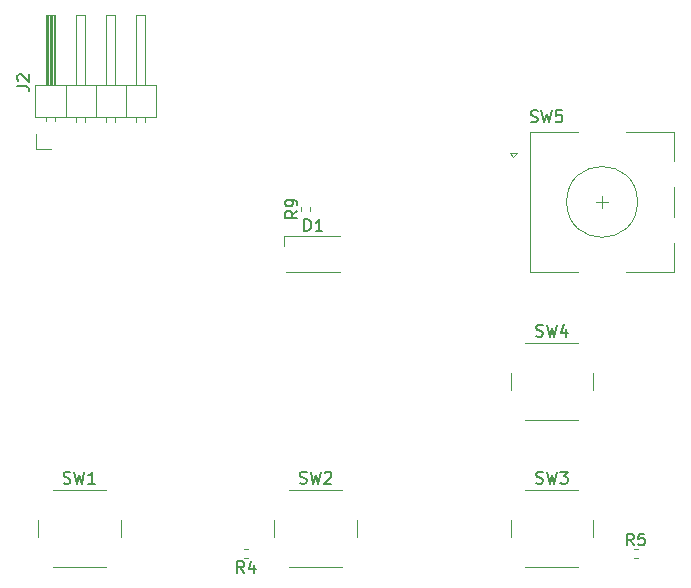
<source format=gbr>
%TF.GenerationSoftware,KiCad,Pcbnew,8.0.4*%
%TF.CreationDate,2024-12-06T19:36:15+01:00*%
%TF.ProjectId,MusicControllerV3,4d757369-6343-46f6-9e74-726f6c6c6572,rev?*%
%TF.SameCoordinates,Original*%
%TF.FileFunction,Legend,Top*%
%TF.FilePolarity,Positive*%
%FSLAX46Y46*%
G04 Gerber Fmt 4.6, Leading zero omitted, Abs format (unit mm)*
G04 Created by KiCad (PCBNEW 8.0.4) date 2024-12-06 19:36:15*
%MOMM*%
%LPD*%
G01*
G04 APERTURE LIST*
%ADD10C,0.150000*%
%ADD11C,0.120000*%
G04 APERTURE END LIST*
D10*
X180173333Y-64689819D02*
X179840000Y-64213628D01*
X179601905Y-64689819D02*
X179601905Y-63689819D01*
X179601905Y-63689819D02*
X179982857Y-63689819D01*
X179982857Y-63689819D02*
X180078095Y-63737438D01*
X180078095Y-63737438D02*
X180125714Y-63785057D01*
X180125714Y-63785057D02*
X180173333Y-63880295D01*
X180173333Y-63880295D02*
X180173333Y-64023152D01*
X180173333Y-64023152D02*
X180125714Y-64118390D01*
X180125714Y-64118390D02*
X180078095Y-64166009D01*
X180078095Y-64166009D02*
X179982857Y-64213628D01*
X179982857Y-64213628D02*
X179601905Y-64213628D01*
X181078095Y-63689819D02*
X180601905Y-63689819D01*
X180601905Y-63689819D02*
X180554286Y-64166009D01*
X180554286Y-64166009D02*
X180601905Y-64118390D01*
X180601905Y-64118390D02*
X180697143Y-64070771D01*
X180697143Y-64070771D02*
X180935238Y-64070771D01*
X180935238Y-64070771D02*
X181030476Y-64118390D01*
X181030476Y-64118390D02*
X181078095Y-64166009D01*
X181078095Y-64166009D02*
X181125714Y-64261247D01*
X181125714Y-64261247D02*
X181125714Y-64499342D01*
X181125714Y-64499342D02*
X181078095Y-64594580D01*
X181078095Y-64594580D02*
X181030476Y-64642200D01*
X181030476Y-64642200D02*
X180935238Y-64689819D01*
X180935238Y-64689819D02*
X180697143Y-64689819D01*
X180697143Y-64689819D02*
X180601905Y-64642200D01*
X180601905Y-64642200D02*
X180554286Y-64594580D01*
X152296905Y-38059819D02*
X152296905Y-37059819D01*
X152296905Y-37059819D02*
X152535000Y-37059819D01*
X152535000Y-37059819D02*
X152677857Y-37107438D01*
X152677857Y-37107438D02*
X152773095Y-37202676D01*
X152773095Y-37202676D02*
X152820714Y-37297914D01*
X152820714Y-37297914D02*
X152868333Y-37488390D01*
X152868333Y-37488390D02*
X152868333Y-37631247D01*
X152868333Y-37631247D02*
X152820714Y-37821723D01*
X152820714Y-37821723D02*
X152773095Y-37916961D01*
X152773095Y-37916961D02*
X152677857Y-38012200D01*
X152677857Y-38012200D02*
X152535000Y-38059819D01*
X152535000Y-38059819D02*
X152296905Y-38059819D01*
X153820714Y-38059819D02*
X153249286Y-38059819D01*
X153535000Y-38059819D02*
X153535000Y-37059819D01*
X153535000Y-37059819D02*
X153439762Y-37202676D01*
X153439762Y-37202676D02*
X153344524Y-37297914D01*
X153344524Y-37297914D02*
X153249286Y-37345533D01*
X171916667Y-59407200D02*
X172059524Y-59454819D01*
X172059524Y-59454819D02*
X172297619Y-59454819D01*
X172297619Y-59454819D02*
X172392857Y-59407200D01*
X172392857Y-59407200D02*
X172440476Y-59359580D01*
X172440476Y-59359580D02*
X172488095Y-59264342D01*
X172488095Y-59264342D02*
X172488095Y-59169104D01*
X172488095Y-59169104D02*
X172440476Y-59073866D01*
X172440476Y-59073866D02*
X172392857Y-59026247D01*
X172392857Y-59026247D02*
X172297619Y-58978628D01*
X172297619Y-58978628D02*
X172107143Y-58931009D01*
X172107143Y-58931009D02*
X172011905Y-58883390D01*
X172011905Y-58883390D02*
X171964286Y-58835771D01*
X171964286Y-58835771D02*
X171916667Y-58740533D01*
X171916667Y-58740533D02*
X171916667Y-58645295D01*
X171916667Y-58645295D02*
X171964286Y-58550057D01*
X171964286Y-58550057D02*
X172011905Y-58502438D01*
X172011905Y-58502438D02*
X172107143Y-58454819D01*
X172107143Y-58454819D02*
X172345238Y-58454819D01*
X172345238Y-58454819D02*
X172488095Y-58502438D01*
X172821429Y-58454819D02*
X173059524Y-59454819D01*
X173059524Y-59454819D02*
X173250000Y-58740533D01*
X173250000Y-58740533D02*
X173440476Y-59454819D01*
X173440476Y-59454819D02*
X173678572Y-58454819D01*
X173964286Y-58454819D02*
X174583333Y-58454819D01*
X174583333Y-58454819D02*
X174250000Y-58835771D01*
X174250000Y-58835771D02*
X174392857Y-58835771D01*
X174392857Y-58835771D02*
X174488095Y-58883390D01*
X174488095Y-58883390D02*
X174535714Y-58931009D01*
X174535714Y-58931009D02*
X174583333Y-59026247D01*
X174583333Y-59026247D02*
X174583333Y-59264342D01*
X174583333Y-59264342D02*
X174535714Y-59359580D01*
X174535714Y-59359580D02*
X174488095Y-59407200D01*
X174488095Y-59407200D02*
X174392857Y-59454819D01*
X174392857Y-59454819D02*
X174107143Y-59454819D01*
X174107143Y-59454819D02*
X174011905Y-59407200D01*
X174011905Y-59407200D02*
X173964286Y-59359580D01*
X131916667Y-59407200D02*
X132059524Y-59454819D01*
X132059524Y-59454819D02*
X132297619Y-59454819D01*
X132297619Y-59454819D02*
X132392857Y-59407200D01*
X132392857Y-59407200D02*
X132440476Y-59359580D01*
X132440476Y-59359580D02*
X132488095Y-59264342D01*
X132488095Y-59264342D02*
X132488095Y-59169104D01*
X132488095Y-59169104D02*
X132440476Y-59073866D01*
X132440476Y-59073866D02*
X132392857Y-59026247D01*
X132392857Y-59026247D02*
X132297619Y-58978628D01*
X132297619Y-58978628D02*
X132107143Y-58931009D01*
X132107143Y-58931009D02*
X132011905Y-58883390D01*
X132011905Y-58883390D02*
X131964286Y-58835771D01*
X131964286Y-58835771D02*
X131916667Y-58740533D01*
X131916667Y-58740533D02*
X131916667Y-58645295D01*
X131916667Y-58645295D02*
X131964286Y-58550057D01*
X131964286Y-58550057D02*
X132011905Y-58502438D01*
X132011905Y-58502438D02*
X132107143Y-58454819D01*
X132107143Y-58454819D02*
X132345238Y-58454819D01*
X132345238Y-58454819D02*
X132488095Y-58502438D01*
X132821429Y-58454819D02*
X133059524Y-59454819D01*
X133059524Y-59454819D02*
X133250000Y-58740533D01*
X133250000Y-58740533D02*
X133440476Y-59454819D01*
X133440476Y-59454819D02*
X133678572Y-58454819D01*
X134583333Y-59454819D02*
X134011905Y-59454819D01*
X134297619Y-59454819D02*
X134297619Y-58454819D01*
X134297619Y-58454819D02*
X134202381Y-58597676D01*
X134202381Y-58597676D02*
X134107143Y-58692914D01*
X134107143Y-58692914D02*
X134011905Y-58740533D01*
X151916667Y-59407200D02*
X152059524Y-59454819D01*
X152059524Y-59454819D02*
X152297619Y-59454819D01*
X152297619Y-59454819D02*
X152392857Y-59407200D01*
X152392857Y-59407200D02*
X152440476Y-59359580D01*
X152440476Y-59359580D02*
X152488095Y-59264342D01*
X152488095Y-59264342D02*
X152488095Y-59169104D01*
X152488095Y-59169104D02*
X152440476Y-59073866D01*
X152440476Y-59073866D02*
X152392857Y-59026247D01*
X152392857Y-59026247D02*
X152297619Y-58978628D01*
X152297619Y-58978628D02*
X152107143Y-58931009D01*
X152107143Y-58931009D02*
X152011905Y-58883390D01*
X152011905Y-58883390D02*
X151964286Y-58835771D01*
X151964286Y-58835771D02*
X151916667Y-58740533D01*
X151916667Y-58740533D02*
X151916667Y-58645295D01*
X151916667Y-58645295D02*
X151964286Y-58550057D01*
X151964286Y-58550057D02*
X152011905Y-58502438D01*
X152011905Y-58502438D02*
X152107143Y-58454819D01*
X152107143Y-58454819D02*
X152345238Y-58454819D01*
X152345238Y-58454819D02*
X152488095Y-58502438D01*
X152821429Y-58454819D02*
X153059524Y-59454819D01*
X153059524Y-59454819D02*
X153250000Y-58740533D01*
X153250000Y-58740533D02*
X153440476Y-59454819D01*
X153440476Y-59454819D02*
X153678572Y-58454819D01*
X154011905Y-58550057D02*
X154059524Y-58502438D01*
X154059524Y-58502438D02*
X154154762Y-58454819D01*
X154154762Y-58454819D02*
X154392857Y-58454819D01*
X154392857Y-58454819D02*
X154488095Y-58502438D01*
X154488095Y-58502438D02*
X154535714Y-58550057D01*
X154535714Y-58550057D02*
X154583333Y-58645295D01*
X154583333Y-58645295D02*
X154583333Y-58740533D01*
X154583333Y-58740533D02*
X154535714Y-58883390D01*
X154535714Y-58883390D02*
X153964286Y-59454819D01*
X153964286Y-59454819D02*
X154583333Y-59454819D01*
X151684819Y-36361666D02*
X151208628Y-36694999D01*
X151684819Y-36933094D02*
X150684819Y-36933094D01*
X150684819Y-36933094D02*
X150684819Y-36552142D01*
X150684819Y-36552142D02*
X150732438Y-36456904D01*
X150732438Y-36456904D02*
X150780057Y-36409285D01*
X150780057Y-36409285D02*
X150875295Y-36361666D01*
X150875295Y-36361666D02*
X151018152Y-36361666D01*
X151018152Y-36361666D02*
X151113390Y-36409285D01*
X151113390Y-36409285D02*
X151161009Y-36456904D01*
X151161009Y-36456904D02*
X151208628Y-36552142D01*
X151208628Y-36552142D02*
X151208628Y-36933094D01*
X151684819Y-35885475D02*
X151684819Y-35694999D01*
X151684819Y-35694999D02*
X151637200Y-35599761D01*
X151637200Y-35599761D02*
X151589580Y-35552142D01*
X151589580Y-35552142D02*
X151446723Y-35456904D01*
X151446723Y-35456904D02*
X151256247Y-35409285D01*
X151256247Y-35409285D02*
X150875295Y-35409285D01*
X150875295Y-35409285D02*
X150780057Y-35456904D01*
X150780057Y-35456904D02*
X150732438Y-35504523D01*
X150732438Y-35504523D02*
X150684819Y-35599761D01*
X150684819Y-35599761D02*
X150684819Y-35790237D01*
X150684819Y-35790237D02*
X150732438Y-35885475D01*
X150732438Y-35885475D02*
X150780057Y-35933094D01*
X150780057Y-35933094D02*
X150875295Y-35980713D01*
X150875295Y-35980713D02*
X151113390Y-35980713D01*
X151113390Y-35980713D02*
X151208628Y-35933094D01*
X151208628Y-35933094D02*
X151256247Y-35885475D01*
X151256247Y-35885475D02*
X151303866Y-35790237D01*
X151303866Y-35790237D02*
X151303866Y-35599761D01*
X151303866Y-35599761D02*
X151256247Y-35504523D01*
X151256247Y-35504523D02*
X151208628Y-35456904D01*
X151208628Y-35456904D02*
X151113390Y-35409285D01*
X171916667Y-46957200D02*
X172059524Y-47004819D01*
X172059524Y-47004819D02*
X172297619Y-47004819D01*
X172297619Y-47004819D02*
X172392857Y-46957200D01*
X172392857Y-46957200D02*
X172440476Y-46909580D01*
X172440476Y-46909580D02*
X172488095Y-46814342D01*
X172488095Y-46814342D02*
X172488095Y-46719104D01*
X172488095Y-46719104D02*
X172440476Y-46623866D01*
X172440476Y-46623866D02*
X172392857Y-46576247D01*
X172392857Y-46576247D02*
X172297619Y-46528628D01*
X172297619Y-46528628D02*
X172107143Y-46481009D01*
X172107143Y-46481009D02*
X172011905Y-46433390D01*
X172011905Y-46433390D02*
X171964286Y-46385771D01*
X171964286Y-46385771D02*
X171916667Y-46290533D01*
X171916667Y-46290533D02*
X171916667Y-46195295D01*
X171916667Y-46195295D02*
X171964286Y-46100057D01*
X171964286Y-46100057D02*
X172011905Y-46052438D01*
X172011905Y-46052438D02*
X172107143Y-46004819D01*
X172107143Y-46004819D02*
X172345238Y-46004819D01*
X172345238Y-46004819D02*
X172488095Y-46052438D01*
X172821429Y-46004819D02*
X173059524Y-47004819D01*
X173059524Y-47004819D02*
X173250000Y-46290533D01*
X173250000Y-46290533D02*
X173440476Y-47004819D01*
X173440476Y-47004819D02*
X173678572Y-46004819D01*
X174488095Y-46338152D02*
X174488095Y-47004819D01*
X174250000Y-45957200D02*
X174011905Y-46671485D01*
X174011905Y-46671485D02*
X174630952Y-46671485D01*
X127994819Y-25793333D02*
X128709104Y-25793333D01*
X128709104Y-25793333D02*
X128851961Y-25840952D01*
X128851961Y-25840952D02*
X128947200Y-25936190D01*
X128947200Y-25936190D02*
X128994819Y-26079047D01*
X128994819Y-26079047D02*
X128994819Y-26174285D01*
X128090057Y-25364761D02*
X128042438Y-25317142D01*
X128042438Y-25317142D02*
X127994819Y-25221904D01*
X127994819Y-25221904D02*
X127994819Y-24983809D01*
X127994819Y-24983809D02*
X128042438Y-24888571D01*
X128042438Y-24888571D02*
X128090057Y-24840952D01*
X128090057Y-24840952D02*
X128185295Y-24793333D01*
X128185295Y-24793333D02*
X128280533Y-24793333D01*
X128280533Y-24793333D02*
X128423390Y-24840952D01*
X128423390Y-24840952D02*
X128994819Y-25412380D01*
X128994819Y-25412380D02*
X128994819Y-24793333D01*
X147190833Y-67029819D02*
X146857500Y-66553628D01*
X146619405Y-67029819D02*
X146619405Y-66029819D01*
X146619405Y-66029819D02*
X147000357Y-66029819D01*
X147000357Y-66029819D02*
X147095595Y-66077438D01*
X147095595Y-66077438D02*
X147143214Y-66125057D01*
X147143214Y-66125057D02*
X147190833Y-66220295D01*
X147190833Y-66220295D02*
X147190833Y-66363152D01*
X147190833Y-66363152D02*
X147143214Y-66458390D01*
X147143214Y-66458390D02*
X147095595Y-66506009D01*
X147095595Y-66506009D02*
X147000357Y-66553628D01*
X147000357Y-66553628D02*
X146619405Y-66553628D01*
X148047976Y-66363152D02*
X148047976Y-67029819D01*
X147809881Y-65982200D02*
X147571786Y-66696485D01*
X147571786Y-66696485D02*
X148190833Y-66696485D01*
X171466667Y-28807200D02*
X171609524Y-28854819D01*
X171609524Y-28854819D02*
X171847619Y-28854819D01*
X171847619Y-28854819D02*
X171942857Y-28807200D01*
X171942857Y-28807200D02*
X171990476Y-28759580D01*
X171990476Y-28759580D02*
X172038095Y-28664342D01*
X172038095Y-28664342D02*
X172038095Y-28569104D01*
X172038095Y-28569104D02*
X171990476Y-28473866D01*
X171990476Y-28473866D02*
X171942857Y-28426247D01*
X171942857Y-28426247D02*
X171847619Y-28378628D01*
X171847619Y-28378628D02*
X171657143Y-28331009D01*
X171657143Y-28331009D02*
X171561905Y-28283390D01*
X171561905Y-28283390D02*
X171514286Y-28235771D01*
X171514286Y-28235771D02*
X171466667Y-28140533D01*
X171466667Y-28140533D02*
X171466667Y-28045295D01*
X171466667Y-28045295D02*
X171514286Y-27950057D01*
X171514286Y-27950057D02*
X171561905Y-27902438D01*
X171561905Y-27902438D02*
X171657143Y-27854819D01*
X171657143Y-27854819D02*
X171895238Y-27854819D01*
X171895238Y-27854819D02*
X172038095Y-27902438D01*
X172371429Y-27854819D02*
X172609524Y-28854819D01*
X172609524Y-28854819D02*
X172800000Y-28140533D01*
X172800000Y-28140533D02*
X172990476Y-28854819D01*
X172990476Y-28854819D02*
X173228572Y-27854819D01*
X174085714Y-27854819D02*
X173609524Y-27854819D01*
X173609524Y-27854819D02*
X173561905Y-28331009D01*
X173561905Y-28331009D02*
X173609524Y-28283390D01*
X173609524Y-28283390D02*
X173704762Y-28235771D01*
X173704762Y-28235771D02*
X173942857Y-28235771D01*
X173942857Y-28235771D02*
X174038095Y-28283390D01*
X174038095Y-28283390D02*
X174085714Y-28331009D01*
X174085714Y-28331009D02*
X174133333Y-28426247D01*
X174133333Y-28426247D02*
X174133333Y-28664342D01*
X174133333Y-28664342D02*
X174085714Y-28759580D01*
X174085714Y-28759580D02*
X174038095Y-28807200D01*
X174038095Y-28807200D02*
X173942857Y-28854819D01*
X173942857Y-28854819D02*
X173704762Y-28854819D01*
X173704762Y-28854819D02*
X173609524Y-28807200D01*
X173609524Y-28807200D02*
X173561905Y-28759580D01*
D11*
%TO.C,R5*%
X180172379Y-65025000D02*
X180507621Y-65025000D01*
X180172379Y-65785000D02*
X180507621Y-65785000D01*
%TO.C,D1*%
X150535000Y-38495000D02*
X155335000Y-38495000D01*
X150535000Y-39305000D02*
X150535000Y-38495000D01*
X150735000Y-41515000D02*
X155335000Y-41515000D01*
%TO.C,SW3*%
X169750000Y-62500000D02*
X169750000Y-64000000D01*
X171000000Y-66500000D02*
X175500000Y-66500000D01*
X175500000Y-60000000D02*
X171000000Y-60000000D01*
X176750000Y-64000000D02*
X176750000Y-62500000D01*
%TO.C,SW1*%
X129750000Y-62500000D02*
X129750000Y-64000000D01*
X131000000Y-66500000D02*
X135500000Y-66500000D01*
X135500000Y-60000000D02*
X131000000Y-60000000D01*
X136750000Y-64000000D02*
X136750000Y-62500000D01*
%TO.C,SW2*%
X149750000Y-62500000D02*
X149750000Y-64000000D01*
X151000000Y-66500000D02*
X155500000Y-66500000D01*
X155500000Y-60000000D02*
X151000000Y-60000000D01*
X156750000Y-64000000D02*
X156750000Y-62500000D01*
%TO.C,R9*%
X152020000Y-36362621D02*
X152020000Y-36027379D01*
X152780000Y-36362621D02*
X152780000Y-36027379D01*
%TO.C,SW4*%
X169750000Y-50050000D02*
X169750000Y-51550000D01*
X171000000Y-54050000D02*
X175500000Y-54050000D01*
X175500000Y-47550000D02*
X171000000Y-47550000D01*
X176750000Y-51550000D02*
X176750000Y-50050000D01*
%TO.C,J2*%
X129480000Y-25745000D02*
X129480000Y-28405000D01*
X129480000Y-28405000D02*
X139760000Y-28405000D01*
X129540000Y-31115000D02*
X129540000Y-29845000D01*
X130430000Y-19745000D02*
X131190000Y-19745000D01*
X130430000Y-25745000D02*
X130430000Y-19745000D01*
X130430000Y-28735000D02*
X130430000Y-28405000D01*
X130490000Y-25745000D02*
X130490000Y-19745000D01*
X130610000Y-25745000D02*
X130610000Y-19745000D01*
X130730000Y-25745000D02*
X130730000Y-19745000D01*
X130810000Y-31115000D02*
X129540000Y-31115000D01*
X130850000Y-25745000D02*
X130850000Y-19745000D01*
X130970000Y-25745000D02*
X130970000Y-19745000D01*
X131090000Y-25745000D02*
X131090000Y-19745000D01*
X131190000Y-19745000D02*
X131190000Y-25745000D01*
X131190000Y-28735000D02*
X131190000Y-28405000D01*
X132080000Y-28405000D02*
X132080000Y-25745000D01*
X132970000Y-19745000D02*
X133730000Y-19745000D01*
X132970000Y-25745000D02*
X132970000Y-19745000D01*
X132970000Y-28802071D02*
X132970000Y-28405000D01*
X133730000Y-19745000D02*
X133730000Y-25745000D01*
X133730000Y-28802071D02*
X133730000Y-28405000D01*
X134620000Y-28405000D02*
X134620000Y-25745000D01*
X135510000Y-19745000D02*
X136270000Y-19745000D01*
X135510000Y-25745000D02*
X135510000Y-19745000D01*
X135510000Y-28802071D02*
X135510000Y-28405000D01*
X136270000Y-19745000D02*
X136270000Y-25745000D01*
X136270000Y-28802071D02*
X136270000Y-28405000D01*
X137160000Y-28405000D02*
X137160000Y-25745000D01*
X138050000Y-19745000D02*
X138810000Y-19745000D01*
X138050000Y-25745000D02*
X138050000Y-19745000D01*
X138050000Y-28802071D02*
X138050000Y-28405000D01*
X138810000Y-19745000D02*
X138810000Y-25745000D01*
X138810000Y-28802071D02*
X138810000Y-28405000D01*
X139760000Y-25745000D02*
X129480000Y-25745000D01*
X139760000Y-28405000D02*
X139760000Y-25745000D01*
%TO.C,R4*%
X147525121Y-65025000D02*
X147189879Y-65025000D01*
X147525121Y-65785000D02*
X147189879Y-65785000D01*
%TO.C,SW5*%
X169700000Y-31500000D02*
X170300000Y-31500000D01*
X170000000Y-31800000D02*
X169700000Y-31500000D01*
X170300000Y-31500000D02*
X170000000Y-31800000D01*
X171400000Y-29700000D02*
X171400000Y-41500000D01*
X175500000Y-29700000D02*
X171400000Y-29700000D01*
X175500000Y-41500000D02*
X171400000Y-41500000D01*
X177000000Y-35600000D02*
X178000000Y-35600000D01*
X177500000Y-35100000D02*
X177500000Y-36100000D01*
X179500000Y-29700000D02*
X183600000Y-29700000D01*
X183600000Y-29700000D02*
X183600000Y-32100000D01*
X183600000Y-34300000D02*
X183600000Y-36900000D01*
X183600000Y-39100000D02*
X183600000Y-41500000D01*
X183600000Y-41500000D02*
X179500000Y-41500000D01*
X180500000Y-35600000D02*
G75*
G02*
X174500000Y-35600000I-3000000J0D01*
G01*
X174500000Y-35600000D02*
G75*
G02*
X180500000Y-35600000I3000000J0D01*
G01*
%TD*%
M02*

</source>
